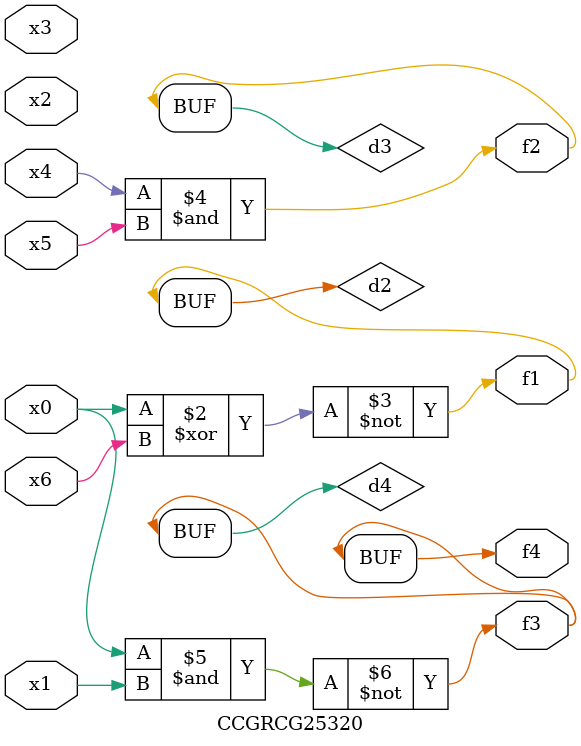
<source format=v>
module CCGRCG25320(
	input x0, x1, x2, x3, x4, x5, x6,
	output f1, f2, f3, f4
);

	wire d1, d2, d3, d4;

	nor (d1, x0);
	xnor (d2, x0, x6);
	and (d3, x4, x5);
	nand (d4, x0, x1);
	assign f1 = d2;
	assign f2 = d3;
	assign f3 = d4;
	assign f4 = d4;
endmodule

</source>
